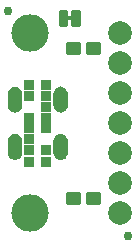
<source format=gbs>
G04 EAGLE Gerber RS-274X export*
G75*
%MOMM*%
%FSLAX34Y34*%
%LPD*%
%INSoldermask Bottom*%
%IPPOS*%
%AMOC8*
5,1,8,0,0,1.08239X$1,22.5*%
G01*
%ADD10C,0.762000*%
%ADD11C,3.175000*%
%ADD12C,0.225400*%
%ADD13C,0.228344*%
%ADD14C,2.006600*%
%ADD15R,0.881000X0.881000*%

G36*
X52225Y110666D02*
X52225Y110666D01*
X52231Y110671D01*
X52235Y110668D01*
X53360Y111010D01*
X53365Y111015D01*
X53369Y111013D01*
X54407Y111568D01*
X54410Y111574D01*
X54415Y111573D01*
X55324Y112319D01*
X55326Y112326D01*
X55331Y112326D01*
X56077Y113235D01*
X56077Y113243D01*
X56082Y113243D01*
X56637Y114281D01*
X56636Y114288D01*
X56640Y114290D01*
X56982Y115415D01*
X56979Y115422D01*
X56984Y115425D01*
X57099Y116595D01*
X57097Y116598D01*
X57099Y116600D01*
X57099Y126600D01*
X57097Y126603D01*
X57099Y126605D01*
X56984Y127775D01*
X56979Y127781D01*
X56982Y127785D01*
X56640Y128910D01*
X56635Y128915D01*
X56637Y128919D01*
X56082Y129957D01*
X56076Y129960D01*
X56077Y129965D01*
X55331Y130874D01*
X55324Y130876D01*
X55324Y130881D01*
X54415Y131627D01*
X54407Y131627D01*
X54407Y131632D01*
X53369Y132187D01*
X53362Y132186D01*
X53360Y132190D01*
X52235Y132532D01*
X52228Y132529D01*
X52225Y132534D01*
X51055Y132649D01*
X51049Y132645D01*
X51045Y132649D01*
X49875Y132534D01*
X49869Y132529D01*
X49865Y132532D01*
X48740Y132190D01*
X48735Y132185D01*
X48731Y132187D01*
X47693Y131632D01*
X47690Y131626D01*
X47685Y131627D01*
X46776Y130881D01*
X46774Y130874D01*
X46769Y130874D01*
X46023Y129965D01*
X46023Y129957D01*
X46018Y129957D01*
X45463Y128919D01*
X45464Y128912D01*
X45460Y128910D01*
X45118Y127785D01*
X45121Y127778D01*
X45116Y127775D01*
X45001Y126605D01*
X45003Y126602D01*
X45001Y126600D01*
X45001Y116600D01*
X45003Y116597D01*
X45001Y116595D01*
X45116Y115425D01*
X45121Y115419D01*
X45118Y115415D01*
X45460Y114290D01*
X45465Y114285D01*
X45463Y114281D01*
X46018Y113243D01*
X46024Y113240D01*
X46023Y113235D01*
X46769Y112326D01*
X46776Y112324D01*
X46776Y112319D01*
X47685Y111573D01*
X47693Y111573D01*
X47693Y111568D01*
X48731Y111013D01*
X48738Y111014D01*
X48740Y111010D01*
X49865Y110668D01*
X49872Y110671D01*
X49875Y110666D01*
X51045Y110551D01*
X51051Y110555D01*
X51055Y110551D01*
X52225Y110666D01*
G37*
G36*
X13625Y110666D02*
X13625Y110666D01*
X13631Y110671D01*
X13635Y110668D01*
X14760Y111010D01*
X14765Y111015D01*
X14769Y111013D01*
X15807Y111568D01*
X15810Y111574D01*
X15815Y111573D01*
X16724Y112319D01*
X16726Y112326D01*
X16731Y112326D01*
X17477Y113235D01*
X17477Y113243D01*
X17482Y113243D01*
X18037Y114281D01*
X18036Y114288D01*
X18040Y114290D01*
X18382Y115415D01*
X18379Y115422D01*
X18384Y115425D01*
X18499Y116595D01*
X18497Y116598D01*
X18499Y116600D01*
X18499Y126600D01*
X18497Y126603D01*
X18499Y126605D01*
X18384Y127775D01*
X18379Y127781D01*
X18382Y127785D01*
X18040Y128910D01*
X18035Y128915D01*
X18037Y128919D01*
X17482Y129957D01*
X17476Y129960D01*
X17477Y129965D01*
X16731Y130874D01*
X16724Y130876D01*
X16724Y130881D01*
X15815Y131627D01*
X15807Y131627D01*
X15807Y131632D01*
X14769Y132187D01*
X14762Y132186D01*
X14760Y132190D01*
X13635Y132532D01*
X13628Y132529D01*
X13625Y132534D01*
X12455Y132649D01*
X12449Y132645D01*
X12445Y132649D01*
X11275Y132534D01*
X11269Y132529D01*
X11265Y132532D01*
X10140Y132190D01*
X10135Y132185D01*
X10131Y132187D01*
X9093Y131632D01*
X9090Y131626D01*
X9085Y131627D01*
X8176Y130881D01*
X8174Y130874D01*
X8169Y130874D01*
X7423Y129965D01*
X7423Y129957D01*
X7418Y129957D01*
X6863Y128919D01*
X6864Y128912D01*
X6860Y128910D01*
X6518Y127785D01*
X6521Y127778D01*
X6516Y127775D01*
X6401Y126605D01*
X6403Y126602D01*
X6401Y126600D01*
X6401Y116600D01*
X6403Y116597D01*
X6401Y116595D01*
X6516Y115425D01*
X6521Y115419D01*
X6518Y115415D01*
X6860Y114290D01*
X6865Y114285D01*
X6863Y114281D01*
X7418Y113243D01*
X7424Y113240D01*
X7423Y113235D01*
X8169Y112326D01*
X8176Y112324D01*
X8176Y112319D01*
X9085Y111573D01*
X9093Y111573D01*
X9093Y111568D01*
X10131Y111013D01*
X10138Y111014D01*
X10140Y111010D01*
X11265Y110668D01*
X11272Y110671D01*
X11275Y110666D01*
X12445Y110551D01*
X12451Y110555D01*
X12455Y110551D01*
X13625Y110666D01*
G37*
G36*
X13625Y70666D02*
X13625Y70666D01*
X13631Y70671D01*
X13635Y70668D01*
X14760Y71010D01*
X14765Y71015D01*
X14769Y71013D01*
X15807Y71568D01*
X15810Y71574D01*
X15815Y71573D01*
X16724Y72319D01*
X16726Y72326D01*
X16731Y72326D01*
X17477Y73235D01*
X17477Y73243D01*
X17482Y73243D01*
X18037Y74281D01*
X18036Y74288D01*
X18040Y74290D01*
X18382Y75415D01*
X18379Y75422D01*
X18384Y75425D01*
X18499Y76595D01*
X18497Y76598D01*
X18499Y76600D01*
X18499Y86600D01*
X18497Y86603D01*
X18499Y86605D01*
X18384Y87775D01*
X18379Y87781D01*
X18382Y87785D01*
X18040Y88910D01*
X18035Y88915D01*
X18037Y88919D01*
X17482Y89957D01*
X17476Y89960D01*
X17477Y89965D01*
X16731Y90874D01*
X16724Y90876D01*
X16724Y90881D01*
X15815Y91627D01*
X15807Y91627D01*
X15807Y91632D01*
X14769Y92187D01*
X14762Y92186D01*
X14760Y92190D01*
X13635Y92532D01*
X13628Y92529D01*
X13625Y92534D01*
X12455Y92649D01*
X12449Y92645D01*
X12445Y92649D01*
X11275Y92534D01*
X11269Y92529D01*
X11265Y92532D01*
X10140Y92190D01*
X10135Y92185D01*
X10131Y92187D01*
X9093Y91632D01*
X9090Y91626D01*
X9085Y91627D01*
X8176Y90881D01*
X8174Y90874D01*
X8169Y90874D01*
X7423Y89965D01*
X7423Y89957D01*
X7418Y89957D01*
X6863Y88919D01*
X6864Y88912D01*
X6860Y88910D01*
X6518Y87785D01*
X6521Y87778D01*
X6516Y87775D01*
X6401Y86605D01*
X6403Y86602D01*
X6401Y86600D01*
X6401Y76600D01*
X6403Y76597D01*
X6401Y76595D01*
X6516Y75425D01*
X6521Y75419D01*
X6518Y75415D01*
X6860Y74290D01*
X6865Y74285D01*
X6863Y74281D01*
X7418Y73243D01*
X7424Y73240D01*
X7423Y73235D01*
X8169Y72326D01*
X8176Y72324D01*
X8176Y72319D01*
X9085Y71573D01*
X9093Y71573D01*
X9093Y71568D01*
X10131Y71013D01*
X10138Y71014D01*
X10140Y71010D01*
X11265Y70668D01*
X11272Y70671D01*
X11275Y70666D01*
X12445Y70551D01*
X12451Y70555D01*
X12455Y70551D01*
X13625Y70666D01*
G37*
G36*
X52225Y70666D02*
X52225Y70666D01*
X52231Y70671D01*
X52235Y70668D01*
X53360Y71010D01*
X53365Y71015D01*
X53369Y71013D01*
X54407Y71568D01*
X54410Y71574D01*
X54415Y71573D01*
X55324Y72319D01*
X55326Y72326D01*
X55331Y72326D01*
X56077Y73235D01*
X56077Y73243D01*
X56082Y73243D01*
X56637Y74281D01*
X56636Y74288D01*
X56640Y74290D01*
X56982Y75415D01*
X56979Y75422D01*
X56984Y75425D01*
X57099Y76595D01*
X57097Y76598D01*
X57099Y76600D01*
X57099Y86600D01*
X57097Y86603D01*
X57099Y86605D01*
X56984Y87775D01*
X56979Y87781D01*
X56982Y87785D01*
X56640Y88910D01*
X56635Y88915D01*
X56637Y88919D01*
X56082Y89957D01*
X56076Y89960D01*
X56077Y89965D01*
X55331Y90874D01*
X55324Y90876D01*
X55324Y90881D01*
X54415Y91627D01*
X54407Y91627D01*
X54407Y91632D01*
X53369Y92187D01*
X53362Y92186D01*
X53360Y92190D01*
X52235Y92532D01*
X52228Y92529D01*
X52225Y92534D01*
X51055Y92649D01*
X51049Y92645D01*
X51045Y92649D01*
X49875Y92534D01*
X49869Y92529D01*
X49865Y92532D01*
X48740Y92190D01*
X48735Y92185D01*
X48731Y92187D01*
X47693Y91632D01*
X47690Y91626D01*
X47685Y91627D01*
X46776Y90881D01*
X46774Y90874D01*
X46769Y90874D01*
X46023Y89965D01*
X46023Y89957D01*
X46018Y89957D01*
X45463Y88919D01*
X45464Y88912D01*
X45460Y88910D01*
X45118Y87785D01*
X45121Y87778D01*
X45116Y87775D01*
X45001Y86605D01*
X45003Y86602D01*
X45001Y86600D01*
X45001Y76600D01*
X45003Y76597D01*
X45001Y76595D01*
X45116Y75425D01*
X45121Y75419D01*
X45118Y75415D01*
X45460Y74290D01*
X45465Y74285D01*
X45463Y74281D01*
X46018Y73243D01*
X46024Y73240D01*
X46023Y73235D01*
X46769Y72326D01*
X46776Y72324D01*
X46776Y72319D01*
X47685Y71573D01*
X47693Y71573D01*
X47693Y71568D01*
X48731Y71013D01*
X48738Y71014D01*
X48740Y71010D01*
X49865Y70668D01*
X49872Y70671D01*
X49875Y70666D01*
X51045Y70551D01*
X51051Y70555D01*
X51055Y70551D01*
X52225Y70666D01*
G37*
G36*
X60390Y188607D02*
X60390Y188607D01*
X60456Y188609D01*
X60499Y188627D01*
X60546Y188635D01*
X60603Y188669D01*
X60663Y188694D01*
X60698Y188725D01*
X60739Y188750D01*
X60781Y188801D01*
X60829Y188845D01*
X60851Y188887D01*
X60880Y188924D01*
X60901Y188986D01*
X60932Y189045D01*
X60940Y189099D01*
X60952Y189136D01*
X60951Y189176D01*
X60959Y189230D01*
X60959Y191770D01*
X60948Y191835D01*
X60946Y191901D01*
X60928Y191944D01*
X60920Y191991D01*
X60886Y192048D01*
X60861Y192108D01*
X60830Y192143D01*
X60805Y192184D01*
X60754Y192226D01*
X60710Y192274D01*
X60668Y192296D01*
X60631Y192325D01*
X60569Y192346D01*
X60510Y192377D01*
X60456Y192385D01*
X60419Y192397D01*
X60379Y192396D01*
X60325Y192404D01*
X56515Y192404D01*
X56450Y192393D01*
X56384Y192391D01*
X56341Y192373D01*
X56294Y192365D01*
X56237Y192331D01*
X56177Y192306D01*
X56142Y192275D01*
X56101Y192250D01*
X56060Y192199D01*
X56011Y192155D01*
X55989Y192113D01*
X55960Y192076D01*
X55939Y192014D01*
X55908Y191955D01*
X55900Y191901D01*
X55888Y191864D01*
X55888Y191861D01*
X55889Y191824D01*
X55881Y191770D01*
X55881Y189230D01*
X55892Y189165D01*
X55894Y189099D01*
X55912Y189056D01*
X55920Y189009D01*
X55954Y188952D01*
X55979Y188892D01*
X56010Y188857D01*
X56035Y188816D01*
X56086Y188775D01*
X56130Y188726D01*
X56172Y188704D01*
X56209Y188675D01*
X56271Y188654D01*
X56330Y188623D01*
X56384Y188615D01*
X56421Y188603D01*
X56461Y188604D01*
X56515Y188596D01*
X60325Y188596D01*
X60390Y188607D01*
G37*
D10*
X6350Y196850D03*
X107950Y6350D03*
D11*
X25400Y177800D03*
X25400Y25400D03*
D12*
X56342Y33592D02*
X66358Y33592D01*
X56342Y33592D02*
X56342Y42608D01*
X66358Y42608D01*
X66358Y33592D01*
X66358Y35733D02*
X56342Y35733D01*
X56342Y37874D02*
X66358Y37874D01*
X66358Y40015D02*
X56342Y40015D01*
X56342Y42156D02*
X66358Y42156D01*
X73342Y33592D02*
X83358Y33592D01*
X73342Y33592D02*
X73342Y42608D01*
X83358Y42608D01*
X83358Y33592D01*
X83358Y35733D02*
X73342Y35733D01*
X73342Y37874D02*
X83358Y37874D01*
X83358Y40015D02*
X73342Y40015D01*
X73342Y42156D02*
X83358Y42156D01*
D13*
X56009Y184656D02*
X50417Y184656D01*
X50417Y196344D01*
X56009Y196344D01*
X56009Y184656D01*
X56009Y186825D02*
X50417Y186825D01*
X50417Y188994D02*
X56009Y188994D01*
X56009Y191163D02*
X50417Y191163D01*
X50417Y193332D02*
X56009Y193332D01*
X56009Y195501D02*
X50417Y195501D01*
X60831Y184656D02*
X66423Y184656D01*
X60831Y184656D02*
X60831Y196344D01*
X66423Y196344D01*
X66423Y184656D01*
X66423Y186825D02*
X60831Y186825D01*
X60831Y188994D02*
X66423Y188994D01*
X66423Y191163D02*
X60831Y191163D01*
X60831Y193332D02*
X66423Y193332D01*
X66423Y195501D02*
X60831Y195501D01*
D12*
X56342Y160592D02*
X66358Y160592D01*
X56342Y160592D02*
X56342Y169608D01*
X66358Y169608D01*
X66358Y160592D01*
X66358Y162733D02*
X56342Y162733D01*
X56342Y164874D02*
X66358Y164874D01*
X66358Y167015D02*
X56342Y167015D01*
X56342Y169156D02*
X66358Y169156D01*
X73342Y160592D02*
X83358Y160592D01*
X73342Y160592D02*
X73342Y169608D01*
X83358Y169608D01*
X83358Y160592D01*
X83358Y162733D02*
X73342Y162733D01*
X73342Y164874D02*
X83358Y164874D01*
X83358Y167015D02*
X73342Y167015D01*
X73342Y169156D02*
X83358Y169156D01*
D14*
X101600Y177800D03*
X101600Y152400D03*
X101600Y127000D03*
X101600Y101600D03*
X101600Y76200D03*
X101600Y50800D03*
X101600Y25400D03*
D15*
X24750Y97100D03*
X24750Y106100D03*
X38750Y97100D03*
X38750Y106100D03*
X24750Y88100D03*
X38750Y115100D03*
X38750Y124600D03*
X38750Y134100D03*
X38750Y78600D03*
X38750Y69100D03*
X24750Y78600D03*
X24750Y69100D03*
X24750Y124600D03*
X24750Y134100D03*
M02*

</source>
